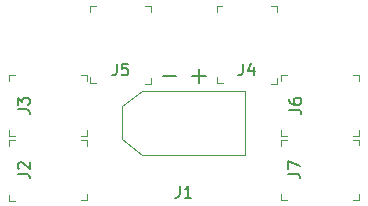
<source format=gbr>
%TF.GenerationSoftware,KiCad,Pcbnew,8.0.4*%
%TF.CreationDate,2024-10-21T10:59:18-07:00*%
%TF.ProjectId,adapter,61646170-7465-4722-9e6b-696361645f70,rev?*%
%TF.SameCoordinates,Original*%
%TF.FileFunction,Legend,Top*%
%TF.FilePolarity,Positive*%
%FSLAX46Y46*%
G04 Gerber Fmt 4.6, Leading zero omitted, Abs format (unit mm)*
G04 Created by KiCad (PCBNEW 8.0.4) date 2024-10-21 10:59:18*
%MOMM*%
%LPD*%
G01*
G04 APERTURE LIST*
%ADD10C,0.150000*%
%ADD11C,0.100000*%
%ADD12C,0.120000*%
G04 APERTURE END LIST*
D10*
X83281666Y-82754819D02*
X83281666Y-83469104D01*
X83281666Y-83469104D02*
X83234047Y-83611961D01*
X83234047Y-83611961D02*
X83138809Y-83707200D01*
X83138809Y-83707200D02*
X82995952Y-83754819D01*
X82995952Y-83754819D02*
X82900714Y-83754819D01*
X84234047Y-82754819D02*
X83757857Y-82754819D01*
X83757857Y-82754819D02*
X83710238Y-83231009D01*
X83710238Y-83231009D02*
X83757857Y-83183390D01*
X83757857Y-83183390D02*
X83853095Y-83135771D01*
X83853095Y-83135771D02*
X84091190Y-83135771D01*
X84091190Y-83135771D02*
X84186428Y-83183390D01*
X84186428Y-83183390D02*
X84234047Y-83231009D01*
X84234047Y-83231009D02*
X84281666Y-83326247D01*
X84281666Y-83326247D02*
X84281666Y-83564342D01*
X84281666Y-83564342D02*
X84234047Y-83659580D01*
X84234047Y-83659580D02*
X84186428Y-83707200D01*
X84186428Y-83707200D02*
X84091190Y-83754819D01*
X84091190Y-83754819D02*
X83853095Y-83754819D01*
X83853095Y-83754819D02*
X83757857Y-83707200D01*
X83757857Y-83707200D02*
X83710238Y-83659580D01*
X74904819Y-86643333D02*
X75619104Y-86643333D01*
X75619104Y-86643333D02*
X75761961Y-86690952D01*
X75761961Y-86690952D02*
X75857200Y-86786190D01*
X75857200Y-86786190D02*
X75904819Y-86929047D01*
X75904819Y-86929047D02*
X75904819Y-87024285D01*
X74904819Y-86262380D02*
X74904819Y-85643333D01*
X74904819Y-85643333D02*
X75285771Y-85976666D01*
X75285771Y-85976666D02*
X75285771Y-85833809D01*
X75285771Y-85833809D02*
X75333390Y-85738571D01*
X75333390Y-85738571D02*
X75381009Y-85690952D01*
X75381009Y-85690952D02*
X75476247Y-85643333D01*
X75476247Y-85643333D02*
X75714342Y-85643333D01*
X75714342Y-85643333D02*
X75809580Y-85690952D01*
X75809580Y-85690952D02*
X75857200Y-85738571D01*
X75857200Y-85738571D02*
X75904819Y-85833809D01*
X75904819Y-85833809D02*
X75904819Y-86119523D01*
X75904819Y-86119523D02*
X75857200Y-86214761D01*
X75857200Y-86214761D02*
X75809580Y-86262380D01*
X97804819Y-92088333D02*
X98519104Y-92088333D01*
X98519104Y-92088333D02*
X98661961Y-92135952D01*
X98661961Y-92135952D02*
X98757200Y-92231190D01*
X98757200Y-92231190D02*
X98804819Y-92374047D01*
X98804819Y-92374047D02*
X98804819Y-92469285D01*
X97804819Y-91707380D02*
X97804819Y-91040714D01*
X97804819Y-91040714D02*
X98804819Y-91469285D01*
X89678571Y-83814700D02*
X90821429Y-83814700D01*
X90250000Y-84386128D02*
X90250000Y-83243271D01*
X87178571Y-83814700D02*
X88321429Y-83814700D01*
X97904819Y-86653333D02*
X98619104Y-86653333D01*
X98619104Y-86653333D02*
X98761961Y-86700952D01*
X98761961Y-86700952D02*
X98857200Y-86796190D01*
X98857200Y-86796190D02*
X98904819Y-86939047D01*
X98904819Y-86939047D02*
X98904819Y-87034285D01*
X97904819Y-85748571D02*
X97904819Y-85939047D01*
X97904819Y-85939047D02*
X97952438Y-86034285D01*
X97952438Y-86034285D02*
X98000057Y-86081904D01*
X98000057Y-86081904D02*
X98142914Y-86177142D01*
X98142914Y-86177142D02*
X98333390Y-86224761D01*
X98333390Y-86224761D02*
X98714342Y-86224761D01*
X98714342Y-86224761D02*
X98809580Y-86177142D01*
X98809580Y-86177142D02*
X98857200Y-86129523D01*
X98857200Y-86129523D02*
X98904819Y-86034285D01*
X98904819Y-86034285D02*
X98904819Y-85843809D01*
X98904819Y-85843809D02*
X98857200Y-85748571D01*
X98857200Y-85748571D02*
X98809580Y-85700952D01*
X98809580Y-85700952D02*
X98714342Y-85653333D01*
X98714342Y-85653333D02*
X98476247Y-85653333D01*
X98476247Y-85653333D02*
X98381009Y-85700952D01*
X98381009Y-85700952D02*
X98333390Y-85748571D01*
X98333390Y-85748571D02*
X98285771Y-85843809D01*
X98285771Y-85843809D02*
X98285771Y-86034285D01*
X98285771Y-86034285D02*
X98333390Y-86129523D01*
X98333390Y-86129523D02*
X98381009Y-86177142D01*
X98381009Y-86177142D02*
X98476247Y-86224761D01*
X88616666Y-93104819D02*
X88616666Y-93819104D01*
X88616666Y-93819104D02*
X88569047Y-93961961D01*
X88569047Y-93961961D02*
X88473809Y-94057200D01*
X88473809Y-94057200D02*
X88330952Y-94104819D01*
X88330952Y-94104819D02*
X88235714Y-94104819D01*
X89616666Y-94104819D02*
X89045238Y-94104819D01*
X89330952Y-94104819D02*
X89330952Y-93104819D01*
X89330952Y-93104819D02*
X89235714Y-93247676D01*
X89235714Y-93247676D02*
X89140476Y-93342914D01*
X89140476Y-93342914D02*
X89045238Y-93390533D01*
X93971666Y-82754819D02*
X93971666Y-83469104D01*
X93971666Y-83469104D02*
X93924047Y-83611961D01*
X93924047Y-83611961D02*
X93828809Y-83707200D01*
X93828809Y-83707200D02*
X93685952Y-83754819D01*
X93685952Y-83754819D02*
X93590714Y-83754819D01*
X94876428Y-83088152D02*
X94876428Y-83754819D01*
X94638333Y-82707200D02*
X94400238Y-83421485D01*
X94400238Y-83421485D02*
X95019285Y-83421485D01*
X74904819Y-92093333D02*
X75619104Y-92093333D01*
X75619104Y-92093333D02*
X75761961Y-92140952D01*
X75761961Y-92140952D02*
X75857200Y-92236190D01*
X75857200Y-92236190D02*
X75904819Y-92379047D01*
X75904819Y-92379047D02*
X75904819Y-92474285D01*
X75000057Y-91664761D02*
X74952438Y-91617142D01*
X74952438Y-91617142D02*
X74904819Y-91521904D01*
X74904819Y-91521904D02*
X74904819Y-91283809D01*
X74904819Y-91283809D02*
X74952438Y-91188571D01*
X74952438Y-91188571D02*
X75000057Y-91140952D01*
X75000057Y-91140952D02*
X75095295Y-91093333D01*
X75095295Y-91093333D02*
X75190533Y-91093333D01*
X75190533Y-91093333D02*
X75333390Y-91140952D01*
X75333390Y-91140952D02*
X75904819Y-91712380D01*
X75904819Y-91712380D02*
X75904819Y-91093333D01*
D11*
%TO.C,J5*%
X81050000Y-77860000D02*
X81050000Y-78360000D01*
X81050000Y-77860000D02*
X81550000Y-77860000D01*
X81060000Y-84430000D02*
X81060000Y-83930000D01*
X81060000Y-84430000D02*
X81560000Y-84430000D01*
X86200000Y-77850000D02*
X85700000Y-77850000D01*
X86200000Y-77850000D02*
X86200000Y-78350000D01*
X86200000Y-84450000D02*
X85700000Y-84450000D01*
X86200000Y-84450000D02*
X86200000Y-83950000D01*
%TO.C,J3*%
X74200000Y-83750000D02*
X74200000Y-84250000D01*
X74200000Y-83750000D02*
X74700000Y-83750000D01*
X74210000Y-88900000D02*
X74210000Y-88400000D01*
X74210000Y-88900000D02*
X74710000Y-88900000D01*
X80780000Y-88890000D02*
X80280000Y-88890000D01*
X80780000Y-88890000D02*
X80780000Y-88390000D01*
X80800000Y-83750000D02*
X80300000Y-83750000D01*
X80800000Y-83750000D02*
X80800000Y-84250000D01*
%TO.C,J7*%
X97200000Y-94340000D02*
X97200000Y-93840000D01*
X97200000Y-94340000D02*
X97700000Y-94340000D01*
X97220000Y-89200000D02*
X97220000Y-89700000D01*
X97220000Y-89200000D02*
X97720000Y-89200000D01*
X103790000Y-89190000D02*
X103290000Y-89190000D01*
X103790000Y-89190000D02*
X103790000Y-89690000D01*
X103800000Y-94340000D02*
X103300000Y-94340000D01*
X103800000Y-94340000D02*
X103800000Y-93840000D01*
D12*
%TO.C,J8*%
X83740000Y-86340000D02*
X83740000Y-89160000D01*
X83740000Y-86340000D02*
X85440000Y-85040000D01*
X83740000Y-89160000D02*
X85440000Y-90460000D01*
X85440000Y-85040000D02*
X94160000Y-85040000D01*
X85440000Y-90460000D02*
X94160000Y-90460000D01*
X94160000Y-85040000D02*
X94160000Y-90460000D01*
D11*
%TO.C,J6*%
X97200000Y-83760000D02*
X97200000Y-84260000D01*
X97200000Y-83760000D02*
X97700000Y-83760000D01*
X97210000Y-88910000D02*
X97210000Y-88410000D01*
X97210000Y-88910000D02*
X97710000Y-88910000D01*
X103780000Y-88900000D02*
X103280000Y-88900000D01*
X103780000Y-88900000D02*
X103780000Y-88400000D01*
X103800000Y-83760000D02*
X103300000Y-83760000D01*
X103800000Y-83760000D02*
X103800000Y-84260000D01*
%TO.C,J4*%
X91740000Y-77860000D02*
X91740000Y-78360000D01*
X91740000Y-77860000D02*
X92240000Y-77860000D01*
X91750000Y-84430000D02*
X91750000Y-83930000D01*
X91750000Y-84430000D02*
X92250000Y-84430000D01*
X96890000Y-77850000D02*
X96390000Y-77850000D01*
X96890000Y-77850000D02*
X96890000Y-78350000D01*
X96890000Y-84450000D02*
X96390000Y-84450000D01*
X96890000Y-84450000D02*
X96890000Y-83950000D01*
%TO.C,J2*%
X74200000Y-89200000D02*
X74200000Y-89700000D01*
X74200000Y-89200000D02*
X74700000Y-89200000D01*
X74210000Y-94350000D02*
X74210000Y-93850000D01*
X74210000Y-94350000D02*
X74710000Y-94350000D01*
X80780000Y-94340000D02*
X80280000Y-94340000D01*
X80780000Y-94340000D02*
X80780000Y-93840000D01*
X80800000Y-89200000D02*
X80300000Y-89200000D01*
X80800000Y-89200000D02*
X80800000Y-89700000D01*
%TD*%
M02*

</source>
